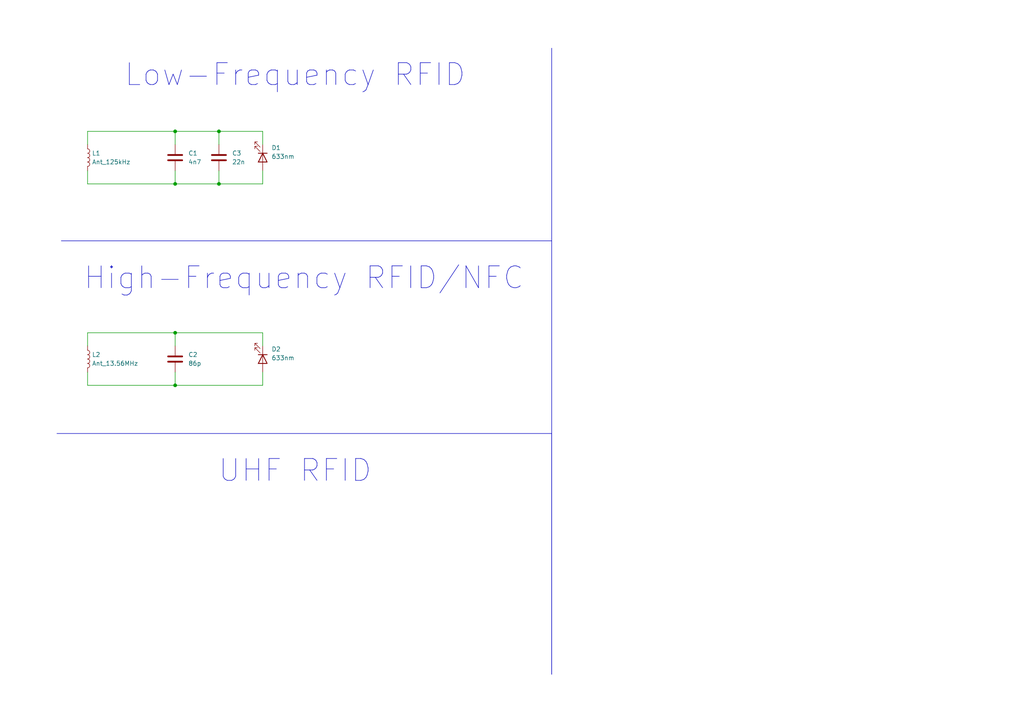
<source format=kicad_sch>
(kicad_sch (version 20250114) (generator "eeschema") (generator_version "9.0")
  (paper "A4")
  (lib_symbols
    (symbol "Device:C" (pin_numbers (hide yes)) (pin_names (offset 0.254))
      (property "Reference" "C" (at 0.635 2.54 0))
      (property "Value" "C" (at 0.635 -2.54 0))
      (symbol "C_0_1"
        (polyline (pts (xy -2.032 0.762) (xy 2.032 0.762)) (stroke (width 0.508)))
        (polyline (pts (xy -2.032 -0.762) (xy 2.032 -0.762)) (stroke (width 0.508)))
      )
      (symbol "C_1_1"
        (pin passive line (at 0 3.81 270) (length 2.794) (name "~") (number "1"))
        (pin passive line (at 0 -3.81 90) (length 2.794) (name "~") (number "2"))
      )
    )
    (symbol "Device:L" (pin_numbers (hide yes)) (pin_names (offset 1.016) (hide yes))
      (property "Reference" "L" (at -1.27 0 90))
      (property "Value" "L" (at 1.905 0 90))
      (symbol "L_0_1"
        (arc (start 0 2.54) (mid 0.6323 1.905) (end 0 1.27))
        (arc (start 0 1.27) (mid 0.6323 0.635) (end 0 0))
        (arc (start 0 0) (mid 0.6323 -0.635) (end 0 -1.27))
        (arc (start 0 -1.27) (mid 0.6323 -1.905) (end 0 -2.54))
      )
      (symbol "L_1_1"
        (pin passive line (at 0 3.81 270) (length 1.27) (name "1") (number "1"))
        (pin passive line (at 0 -3.81 90) (length 1.27) (name "2") (number "2"))
      )
    )
    (symbol "Device:LED" (pin_numbers (hide yes)) (pin_names (offset 1.016) (hide yes))
      (property "Reference" "D" (at 0 2.54 0))
      (property "Value" "LED" (at 0 -2.54 0))
      (symbol "LED_0_1"
        (polyline (pts (xy -3.048 -0.762) (xy -4.572 -2.286) (xy -3.81 -2.286) (xy -4.572 -2.286) (xy -4.572 -1.524)))
        (polyline (pts (xy -1.778 -0.762) (xy -3.302 -2.286) (xy -2.54 -2.286) (xy -3.302 -2.286) (xy -3.302 -1.524)))
        (polyline (pts (xy -1.27 0) (xy 1.27 0)))
        (polyline (pts (xy -1.27 -1.27) (xy -1.27 1.27)) (stroke (width 0.254)))
        (polyline (pts (xy 1.27 -1.27) (xy 1.27 1.27) (xy -1.27 0) (xy 1.27 -1.27)) (stroke (width 0.254)))
      )
      (symbol "LED_1_1"
        (pin passive line (at -3.81 0 0) (length 2.54) (name "K") (number "1"))
        (pin passive line (at 3.81 0 180) (length 2.54) (name "A") (number "2"))
      )
    )
  )
  (text "UHF RFID" (at 85.598 136.652 0) (effects (font (size 6.35 6.35))))
  (text "High-Frequency RFID/NFC" (at 88.138 80.772 0) (effects (font (size 6.35 6.35))))
  (text "Low-Frequency RFID" (at 85.598 21.844 0) (effects (font (size 6.35 6.35))))
  (junction (at 50.8 96.52))
  (junction (at 50.8 38.1))
  (junction (at 50.8 53.34))
  (junction (at 63.5 38.1))
  (junction (at 50.8 111.76))
  (junction (at 63.5 53.34))
  (wire (pts (xy 76.2 111.76) (xy 76.2 107.95)))
  (wire (pts (xy 25.4 49.53) (xy 25.4 53.34)))
  (wire (pts (xy 25.4 41.91) (xy 25.4 38.1)))
  (wire (pts (xy 63.5 38.1) (xy 63.5 41.91)))
  (wire (pts (xy 50.8 96.52) (xy 76.2 96.52)))
  (wire (pts (xy 25.4 111.76) (xy 25.4 107.95)))
  (wire (pts (xy 50.8 41.91) (xy 50.8 38.1)))
  (wire (pts (xy 25.4 96.52) (xy 25.4 100.33)))
  (wire (pts (xy 63.5 53.34) (xy 63.5 49.53)))
  (wire (pts (xy 50.8 49.53) (xy 50.8 53.34)))
  (wire (pts (xy 76.2 38.1) (xy 76.2 41.91)))
  (polyline (pts (xy 160.02 195.58) (xy 160.02 125.73)))
  (wire (pts (xy 50.8 53.34) (xy 63.5 53.34)))
  (wire (pts (xy 63.5 53.34) (xy 76.2 53.34)))
  (polyline (pts (xy 160.02 13.97) (xy 160.02 195.58)))
  (wire (pts (xy 50.8 96.52) (xy 50.8 100.33)))
  (wire (pts (xy 76.2 96.52) (xy 76.2 100.33)))
  (wire (pts (xy 63.5 38.1) (xy 76.2 38.1)))
  (wire (pts (xy 25.4 96.52) (xy 50.8 96.52)))
  (wire (pts (xy 76.2 53.34) (xy 76.2 49.53)))
  (wire (pts (xy 25.4 38.1) (xy 50.8 38.1)))
  (wire (pts (xy 50.8 38.1) (xy 63.5 38.1)))
  (wire (pts (xy 25.4 111.76) (xy 50.8 111.76)))
  (wire (pts (xy 25.4 53.34) (xy 50.8 53.34)))
  (wire (pts (xy 50.8 111.76) (xy 76.2 111.76)))
  (polyline (pts (xy 17.78 69.85) (xy 160.02 69.85)))
  (wire (pts (xy 50.8 111.76) (xy 50.8 107.95)))
  (polyline (pts (xy 16.51 125.73) (xy 160.02 125.73)))
  (symbol (lib_id "Device:LED") (at 76.2 104.14 270) (unit 1)
    (property "Reference" "D2" (at 78.74 101.2824 90) (effects (justify left)))
    (property "Value" "633nm" (at 78.74 103.8224 90) (effects (justify left)))
    (property "Footprint" "LED_SMD:LED_0603_1608Metric" (effects (hide yes)))
    (property "Description" "Light emitting diode" (effects (hide yes)))
    (property "Sim.Pins" "1=K 2=A" (effects (hide yes)))
  )
  (symbol (lib_id "Device:L") (at 25.4 45.72 0) (unit 1)
    (property "Reference" "L1" (at 26.67 44.4499 0) (effects (justify left)))
    (property "Value" "Ant_125kHz" (at 26.67 46.9899 0) (effects (justify left)))
    (property "Footprint" "Library:Antenna_lf" (effects (hide yes)))
    (property "Description" "Inductor" (effects (hide yes)))
  )
  (symbol (lib_id "Device:C") (at 50.8 45.72 0) (unit 1)
    (property "Reference" "C1" (at 54.61 44.4499 0) (effects (justify left)))
    (property "Value" "4n7" (at 54.61 46.9899 0) (effects (justify left)))
    (property "Footprint" "Capacitor_SMD:C_0603_1608Metric" (effects (hide yes)))
    (property "Description" "Unpolarized capacitor" (effects (hide yes)))
  )
  (symbol (lib_id "Device:LED") (at 76.2 45.72 270) (unit 1)
    (property "Reference" "D1" (at 78.74 42.8624 90) (effects (justify left)))
    (property "Value" "633nm" (at 78.74 45.4024 90) (effects (justify left)))
    (property "Footprint" "LED_SMD:LED_0603_1608Metric" (effects (hide yes)))
    (property "Description" "Light emitting diode" (effects (hide yes)))
    (property "Sim.Pins" "1=K 2=A" (effects (hide yes)))
  )
  (symbol (lib_id "Device:L") (at 25.4 104.14 0) (unit 1)
    (property "Reference" "L2" (at 26.67 102.8699 0) (effects (justify left)))
    (property "Value" "Ant_13.56MHz" (at 26.67 105.4099 0) (effects (justify left)))
    (property "Footprint" "Library:Antenna_nfc" (effects (hide yes)))
    (property "Description" "Inductor" (effects (hide yes)))
  )
  (symbol (lib_id "Device:C") (at 63.5 45.72 0) (unit 1)
    (property "Reference" "C3" (at 67.31 44.4499 0) (effects (justify left)))
    (property "Value" "22n" (at 67.31 46.9899 0) (effects (justify left)))
    (property "Footprint" "Capacitor_SMD:C_0603_1608Metric" (effects (hide yes)))
    (property "Description" "Unpolarized capacitor" (effects (hide yes)))
  )
  (symbol (lib_id "Device:C") (at 50.8 104.14 0) (unit 1)
    (property "Reference" "C2" (at 54.61 102.8699 0) (effects (justify left)))
    (property "Value" "86p" (at 54.61 105.4099 0) (effects (justify left)))
    (property "Footprint" "Capacitor_SMD:C_0603_1608Metric" (effects (hide yes)))
    (property "Description" "Unpolarized capacitor" (effects (hide yes)))
  )
)
</source>
